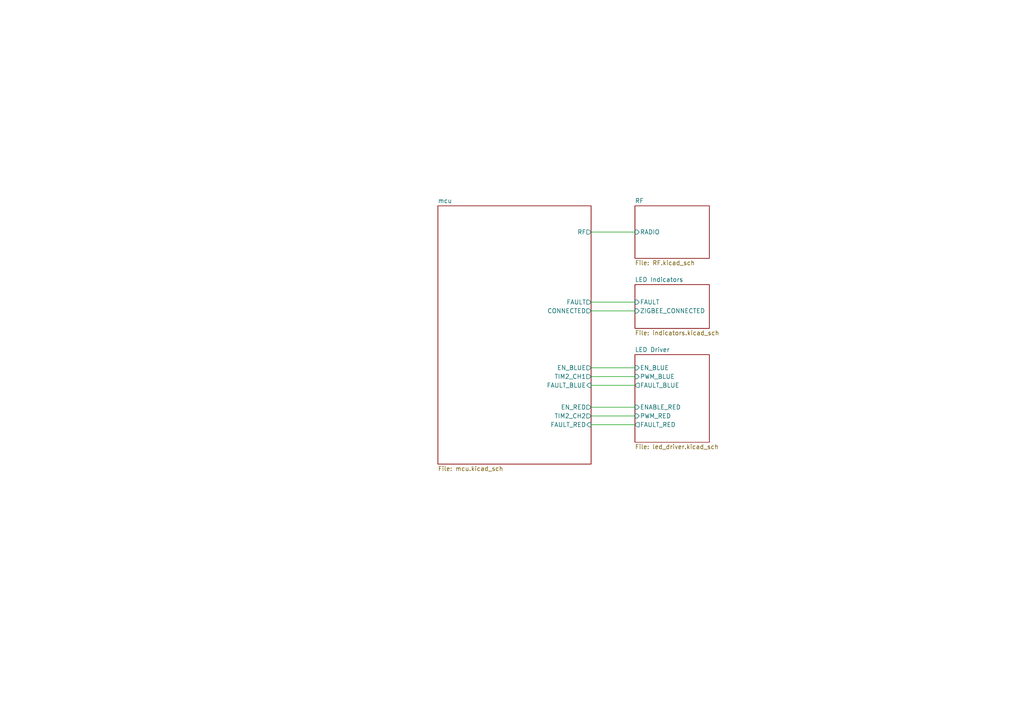
<source format=kicad_sch>
(kicad_sch (version 20230121) (generator eeschema)
  (paper "A4")
  (lib_symbols)
  (wire (pts (xy 171.45 123.19) (xy 184.15 123.19)))
  (wire (pts (xy 171.45 109.22) (xy 184.15 109.22)))
  (wire (pts (xy 171.45 90.17) (xy 184.15 90.17)))
  (wire (pts (xy 171.45 106.68) (xy 184.15 106.68)))
  (wire (pts (xy 171.45 120.65) (xy 184.15 120.65)))
  (wire (pts (xy 171.45 87.63) (xy 184.15 87.63)))
  (wire (pts (xy 171.45 111.76) (xy 184.15 111.76)))
  (wire (pts (xy 171.45 118.11) (xy 184.15 118.11)))
  (wire (pts (xy 171.45 67.31) (xy 184.15 67.31)))
  (sheet (at 184.15 102.87) (size 21.59 25.4) (stroke (width 0.1524))
    (property "Sheetname" "LED Driver" (at 184.15 102.1584 0) (effects (justify left bottom)))
    (property "Sheetfile" "led_driver.kicad_sch" (at 184.15 128.8546 0) (effects (justify left top)))
    (pin "FAULT_BLUE" output (at 184.15 111.76 180))
    (pin "PWM_RED" input (at 184.15 120.65 180))
    (pin "ENABLE_RED" input (at 184.15 118.11 180))
    (pin "PWM_BLUE" input (at 184.15 109.22 180))
    (pin "EN_BLUE" input (at 184.15 106.68 180))
    (pin "FAULT_RED" output (at 184.15 123.19 180))
  )
  (sheet (at 184.15 82.55) (size 21.59 12.7) (stroke (width 0.1524))
    (property "Sheetname" "LED Indicators" (at 184.15 81.8384 0) (effects (justify left bottom)))
    (property "Sheetfile" "indicators.kicad_sch" (at 184.15 95.8346 0) (effects (justify left top)))
    (pin "ZIGBEE_CONNECTED" input (at 184.15 90.17 180))
    (pin "FAULT" input (at 184.15 87.63 180))
  )
  (sheet (at 127 59.69) (size 44.45 74.93) (stroke (width 0.1524))
    (property "Sheetname" "mcu" (at 127 58.9784 0) (effects (justify left bottom)))
    (property "Sheetfile" "mcu.kicad_sch" (at 127 135.2046 0) (effects (justify left top)))
    (pin "RF" output (at 171.45 67.31 0))
    (pin "TIM2_CH1" output (at 171.45 109.22 0))
    (pin "TIM2_CH2" output (at 171.45 120.65 0))
    (pin "FAULT_RED" input (at 171.45 123.19 0))
    (pin "EN_BLUE" output (at 171.45 106.68 0))
    (pin "EN_RED" output (at 171.45 118.11 0))
    (pin "FAULT_BLUE" input (at 171.45 111.76 0))
    (pin "FAULT" output (at 171.45 87.63 0))
    (pin "CONNECTED" output (at 171.45 90.17 0))
  )
  (sheet (at 184.15 59.69) (size 21.59 15.24) (stroke (width 0.1524))
    (property "Sheetname" "RF" (at 184.15 58.9784 0) (effects (justify left bottom)))
    (property "Sheetfile" "RF.kicad_sch" (at 184.15 75.5146 0) (effects (justify left top)))
    (pin "RADIO" input (at 184.15 67.31 180))
  )
)
</source>
